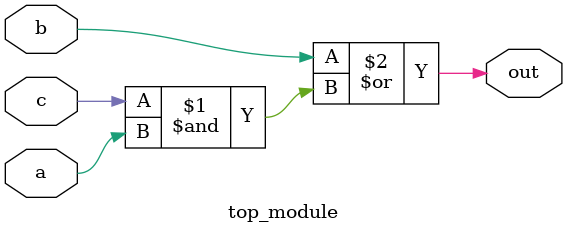
<source format=sv>
module top_module(
    input a, 
    input b,
    input c,
    output out
);

    assign out = b | (c & a);

endmodule

</source>
